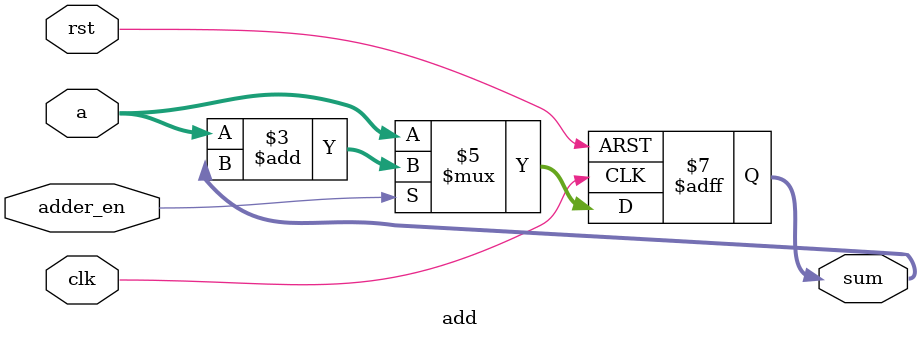
<source format=v>
module add(
	input 	wire 			    clk			, 
	input   wire                rst			,
	input   wire                adder_en	,
	input 	wire signed	[11:0] 	a 			,
	output 	reg  signed	[11:0] 	sum
);

always @(posedge clk or negedge rst ) begin
    if (!rst) begin
        sum <= 'b0 		;
    end else if (adder_en) begin
        sum <= a + sum	;
	end else begin
		sum <= a ;
	end  
    
end


endmodule
</source>
